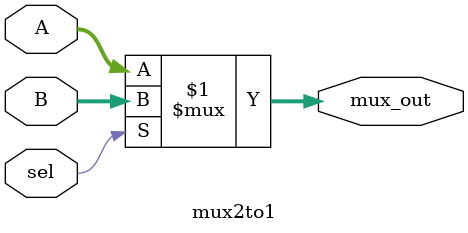
<source format=v>
module mux2to1 #(parameter OPERAND_SIZE = 8)(
    input [OPERAND_SIZE-1:0] A,
    input [OPERAND_SIZE-1:0] B,
    input sel,
    output [OPERAND_SIZE-1:0] mux_out
);

assign mux_out = (sel)? B: A;
    
endmodule
</source>
